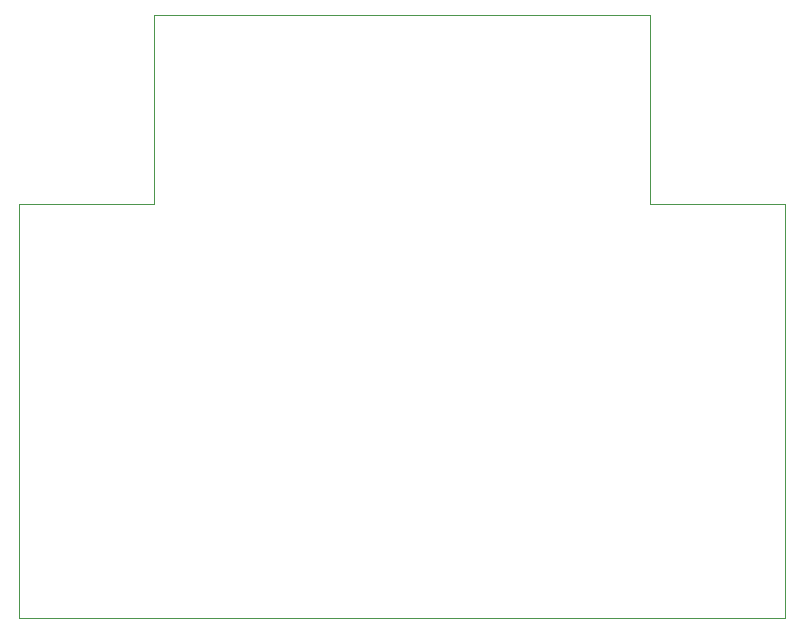
<source format=gbr>
%TF.GenerationSoftware,KiCad,Pcbnew,5.1.9+dfsg1-1*%
%TF.CreationDate,2021-05-25T15:42:46+02:00*%
%TF.ProjectId,vscp-din-wireless-esp32,76736370-2d64-4696-9e2d-776972656c65,rev?*%
%TF.SameCoordinates,Original*%
%TF.FileFunction,Profile,NP*%
%FSLAX46Y46*%
G04 Gerber Fmt 4.6, Leading zero omitted, Abs format (unit mm)*
G04 Created by KiCad (PCBNEW 5.1.9+dfsg1-1) date 2021-05-25 15:42:46*
%MOMM*%
%LPD*%
G01*
G04 APERTURE LIST*
%TA.AperFunction,Profile*%
%ADD10C,0.050000*%
%TD*%
G04 APERTURE END LIST*
D10*
X169100000Y-64400000D02*
X169100000Y-48400000D01*
X127100000Y-64400000D02*
X115700000Y-64400000D01*
X127100000Y-48400000D02*
X127100000Y-64400000D01*
X115700000Y-64400000D02*
X115700000Y-99400000D01*
X180500000Y-64400000D02*
X169100000Y-64400000D01*
X180500000Y-99400000D02*
X180500000Y-64400000D01*
X115700000Y-99400000D02*
X180500000Y-99400000D01*
X169100000Y-48400000D02*
X127100000Y-48400000D01*
M02*

</source>
